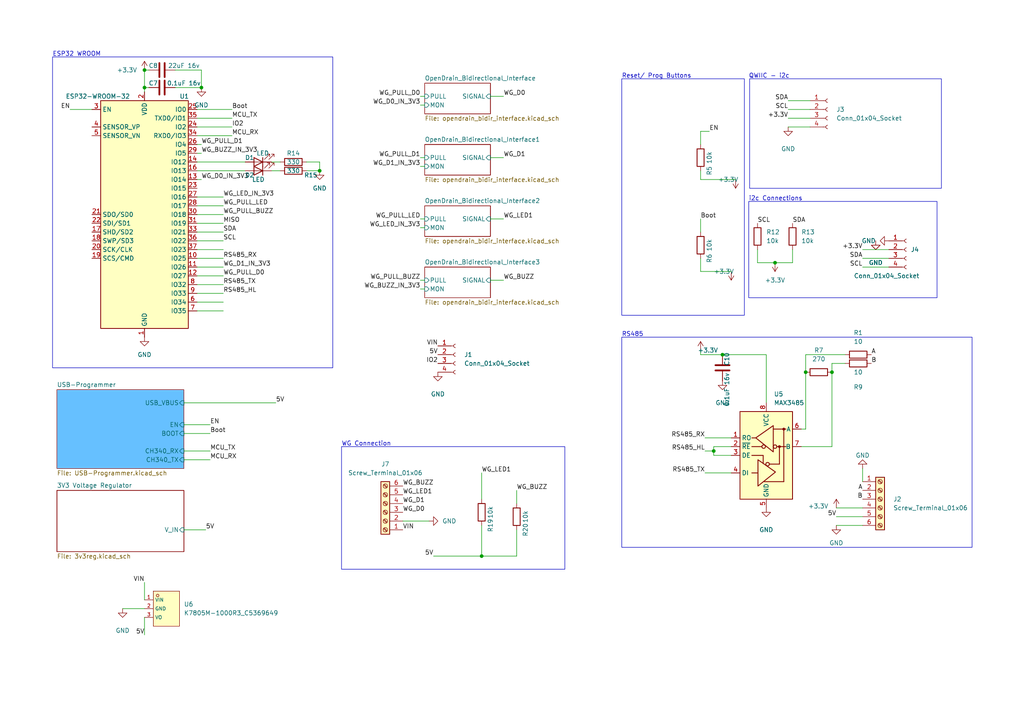
<source format=kicad_sch>
(kicad_sch (version 20231120) (generator "eeschema") (generator_version "8.0")
  (paper "A4")
  (lib_symbols
    (symbol "Connector:Conn_01x04_Socket" (pin_names (offset 1.016) hide)
      (property "Reference" "J" (at 0 5.08 0))
      (property "Value" "Conn_01x04_Socket" (at 0 -7.62 0))
      (symbol "Conn_01x04_Socket_1_1"
        (arc (start 0 -4.572) (mid -0.5058 -5.08) (end 0 -5.588) (stroke (width 0.1524)))
        (arc (start 0 -2.032) (mid -0.5058 -2.54) (end 0 -3.048) (stroke (width 0.1524)))
        (polyline (pts (xy -1.27 -5.08) (xy -0.508 -5.08)) (stroke (width 0.1524)))
        (polyline (pts (xy -1.27 -2.54) (xy -0.508 -2.54)) (stroke (width 0.1524)))
        (polyline (pts (xy -1.27 0) (xy -0.508 0)) (stroke (width 0.1524)))
        (polyline (pts (xy -1.27 2.54) (xy -0.508 2.54)) (stroke (width 0.1524)))
        (arc (start 0 0.508) (mid -0.5058 0) (end 0 -0.508) (stroke (width 0.1524)))
        (arc (start 0 3.048) (mid -0.5058 2.54) (end 0 2.032) (stroke (width 0.1524)))
        (pin passive line (at -5.08 2.54 0) (length 3.81) (name "Pin_1") (number "1"))
        (pin passive line (at -5.08 0 0) (length 3.81) (name "Pin_2") (number "2"))
        (pin passive line (at -5.08 -2.54 0) (length 3.81) (name "Pin_3") (number "3"))
        (pin passive line (at -5.08 -5.08 0) (length 3.81) (name "Pin_4") (number "4"))
      )
    )
    (symbol "Connector:Screw_Terminal_01x06" (pin_names (offset 1.016) hide)
      (property "Reference" "J" (at 0 7.62 0))
      (property "Value" "Screw_Terminal_01x06" (at 0 -10.16 0))
      (symbol "Screw_Terminal_01x06_1_1"
        (rectangle (start -1.27 6.35) (end 1.27 -8.89) (stroke (width 0.254)) (fill (type background)))
        (circle (center 0 -7.62) (radius 0.635) (stroke (width 0.1524)))
        (circle (center 0 -5.08) (radius 0.635) (stroke (width 0.1524)))
        (circle (center 0 -2.54) (radius 0.635) (stroke (width 0.1524)))
        (polyline (pts (xy -0.5334 -7.2898) (xy 0.3302 -8.128)) (stroke (width 0.1524)))
        (polyline (pts (xy -0.5334 -4.7498) (xy 0.3302 -5.588)) (stroke (width 0.1524)))
        (polyline (pts (xy -0.5334 -2.2098) (xy 0.3302 -3.048)) (stroke (width 0.1524)))
        (polyline (pts (xy -0.5334 0.3302) (xy 0.3302 -0.508)) (stroke (width 0.1524)))
        (polyline (pts (xy -0.5334 2.8702) (xy 0.3302 2.032)) (stroke (width 0.1524)))
        (polyline (pts (xy -0.5334 5.4102) (xy 0.3302 4.572)) (stroke (width 0.1524)))
        (polyline (pts (xy -0.3556 -7.112) (xy 0.508 -7.9502)) (stroke (width 0.1524)))
        (polyline (pts (xy -0.3556 -4.572) (xy 0.508 -5.4102)) (stroke (width 0.1524)))
        (polyline (pts (xy -0.3556 -2.032) (xy 0.508 -2.8702)) (stroke (width 0.1524)))
        (polyline (pts (xy -0.3556 0.508) (xy 0.508 -0.3302)) (stroke (width 0.1524)))
        (polyline (pts (xy -0.3556 3.048) (xy 0.508 2.2098)) (stroke (width 0.1524)))
        (polyline (pts (xy -0.3556 5.588) (xy 0.508 4.7498)) (stroke (width 0.1524)))
        (circle (center 0 0) (radius 0.635) (stroke (width 0.1524)))
        (circle (center 0 2.54) (radius 0.635) (stroke (width 0.1524)))
        (circle (center 0 5.08) (radius 0.635) (stroke (width 0.1524)))
        (pin passive line (at -5.08 5.08 0) (length 3.81) (name "Pin_1") (number "1"))
        (pin passive line (at -5.08 2.54 0) (length 3.81) (name "Pin_2") (number "2"))
        (pin passive line (at -5.08 0 0) (length 3.81) (name "Pin_3") (number "3"))
        (pin passive line (at -5.08 -2.54 0) (length 3.81) (name "Pin_4") (number "4"))
        (pin passive line (at -5.08 -5.08 0) (length 3.81) (name "Pin_5") (number "5"))
        (pin passive line (at -5.08 -7.62 0) (length 3.81) (name "Pin_6") (number "6"))
      )
    )
    (symbol "Device:C" (pin_numbers hide) (pin_names (offset 0.254))
      (property "Reference" "C" (at 0.635 2.54 0))
      (property "Value" "C" (at 0.635 -2.54 0))
      (symbol "C_0_1"
        (polyline (pts (xy -2.032 -0.762) (xy 2.032 -0.762)) (stroke (width 0.508)))
        (polyline (pts (xy -2.032 0.762) (xy 2.032 0.762)) (stroke (width 0.508)))
      )
      (symbol "C_1_1"
        (pin passive line (at 0 3.81 270) (length 2.794) (name "~") (number "1"))
        (pin passive line (at 0 -3.81 90) (length 2.794) (name "~") (number "2"))
      )
    )
    (symbol "Device:LED" (pin_numbers hide) (pin_names (offset 1.016) hide)
      (property "Reference" "D" (at 0 2.54 0))
      (property "Value" "LED" (at 0 -2.54 0))
      (symbol "LED_0_1"
        (polyline (pts (xy -1.27 -1.27) (xy -1.27 1.27)) (stroke (width 0.254)))
        (polyline (pts (xy -1.27 0) (xy 1.27 0)))
        (polyline (pts (xy 1.27 -1.27) (xy 1.27 1.27) (xy -1.27 0) (xy 1.27 -1.27)) (stroke (width 0.254)))
        (polyline (pts (xy -3.048 -0.762) (xy -4.572 -2.286) (xy -3.81 -2.286) (xy -4.572 -2.286) (xy -4.572 -1.524)))
        (polyline (pts (xy -1.778 -0.762) (xy -3.302 -2.286) (xy -2.54 -2.286) (xy -3.302 -2.286) (xy -3.302 -1.524)))
      )
      (symbol "LED_1_1"
        (pin passive line (at -3.81 0 0) (length 2.54) (name "K") (number "1"))
        (pin passive line (at 3.81 0 180) (length 2.54) (name "A") (number "2"))
      )
    )
    (symbol "Device:R" (pin_numbers hide) (pin_names (offset 0))
      (property "Reference" "R" (at 2.032 0 90))
      (property "Value" "R" (at 0 0 90))
      (symbol "R_0_1"
        (rectangle (start -1.016 -2.54) (end 1.016 2.54) (stroke (width 0.254)))
      )
      (symbol "R_1_1"
        (pin passive line (at 0 3.81 270) (length 1.27) (name "~") (number "1"))
        (pin passive line (at 0 -3.81 90) (length 1.27) (name "~") (number "2"))
      )
    )
    (symbol "GND_1" (power) (pin_names (offset 0))
      (property "Value" "GND_1" (at 0 -3.81 0))
      (symbol "GND_1_0_1"
        (polyline (pts (xy 0 0) (xy 0 -1.27) (xy 1.27 -1.27) (xy 0 -2.54) (xy -1.27 -1.27) (xy 0 -1.27)))
      )
      (symbol "GND_1_1_1"
        (pin power_in line (at 0 0 270) (length 0) hide (name "GND") (number "1"))
      )
    )
    (symbol "Interface_UART:MAX3485"
      (property "Reference" "U" (at -6.985 13.97 0))
      (property "Value" "MAX3485" (at 1.905 13.97 0))
      (symbol "MAX3485_0_1"
        (rectangle (start -7.62 12.7) (end 7.62 -12.7) (stroke (width 0.254)) (fill (type background)))
        (polyline (pts (xy -4.191 2.54) (xy -1.27 2.54)) (stroke (width 0.254)))
        (polyline (pts (xy -2.54 -5.08) (xy -4.191 -5.08)) (stroke (width 0.254)))
        (polyline (pts (xy -0.635 -7.62) (xy 5.08 -7.62)) (stroke (width 0.254)))
        (polyline (pts (xy 0.889 -2.54) (xy 3.81 -2.54)) (stroke (width 0.254)))
        (polyline (pts (xy 2.032 7.62) (xy 5.715 7.62)) (stroke (width 0.254)))
        (polyline (pts (xy 3.048 2.54) (xy 5.715 2.54)) (stroke (width 0.254)))
        (polyline (pts (xy 3.81 -2.54) (xy 3.81 2.54)) (stroke (width 0.254)))
        (polyline (pts (xy 5.08 -7.62) (xy 5.08 7.62)) (stroke (width 0.254)))
        (polyline (pts (xy -4.191 0) (xy -0.889 0) (xy -0.889 -2.286)) (stroke (width 0.254)))
        (polyline (pts (xy -3.175 5.08) (xy -4.191 5.08) (xy -4.064 5.08)) (stroke (width 0.254)))
        (polyline (pts (xy -2.413 -5.08) (xy -2.413 -1.27) (xy 2.667 -4.826) (xy -2.413 -8.89) (xy -2.413 -5.08)) (stroke (width 0.254)))
        (circle (center 0.381 -2.54) (radius 0.508) (stroke (width 0.254)))
        (circle (center 3.81 2.54) (radius 0.2794) (stroke (width 0.254)) (fill (type outline)))
      )
      (symbol "MAX3485_1_1"
        (circle (center -0.762 2.54) (radius 0.508) (stroke (width 0.254)))
        (polyline (pts (xy 2.032 4.826) (xy 2.032 8.636) (xy -3.048 5.08) (xy 2.032 1.016) (xy 2.032 4.826)) (stroke (width 0.254)))
        (circle (center 2.54 2.54) (radius 0.508) (stroke (width 0.254)))
        (circle (center 5.08 7.62) (radius 0.2794) (stroke (width 0.254)) (fill (type outline)))
        (pin output line (at -10.16 5.08 0) (length 2.54) (name "RO") (number "1"))
        (pin input line (at -10.16 2.54 0) (length 2.54) (name "~{RE}") (number "2"))
        (pin input line (at -10.16 0 0) (length 2.54) (name "DE") (number "3"))
        (pin input line (at -10.16 -5.08 0) (length 2.54) (name "DI") (number "4"))
        (pin power_in line (at 0 -15.24 90) (length 2.54) (name "GND") (number "5"))
        (pin bidirectional line (at 10.16 7.62 180) (length 2.54) (name "A") (number "6"))
        (pin bidirectional line (at 10.16 2.54 180) (length 2.54) (name "B") (number "7"))
        (pin power_in line (at 0 15.24 270) (length 2.54) (name "VCC") (number "8"))
      )
    )
    (symbol "K7805M-1000R3_C5369649:K7805M-1000R3_C5369649"
      (property "Reference" "U" (at 0 1.27 0))
      (property "Value" "K7805M-1000R3_C5369649" (at 0 -2.54 0))
      (symbol "K7805M-1000R3_C5369649_0_1"
        (rectangle (start -3.81 5.08) (end 3.81 -5.08) (fill (type background)))
        (circle (center -2.54 3.81) (radius 0.381) (fill (type background)))
        (pin unspecified line (at -6.35 2.54 0) (length 2.54) (name "VIN") (number "1"))
        (pin unspecified line (at -6.35 0 0) (length 2.54) (name "GND") (number "2"))
        (pin unspecified line (at -6.35 -2.54 0) (length 2.54) (name "VO") (number "3"))
      )
    )
    (symbol "RF_Module:ESP32-WROOM-32"
      (property "Reference" "U" (at -12.7 34.29 0))
      (property "Value" "ESP32-WROOM-32" (at 1.27 34.29 0))
      (symbol "ESP32-WROOM-32_0_1"
        (rectangle (start -12.7 33.02) (end 12.7 -33.02) (stroke (width 0.254)) (fill (type background)))
      )
      (symbol "ESP32-WROOM-32_1_1"
        (pin power_in line (at 0 -35.56 90) (length 2.54) (name "GND") (number "1"))
        (pin bidirectional line (at 15.24 -12.7 180) (length 2.54) (name "IO25") (number "10"))
        (pin bidirectional line (at 15.24 -15.24 180) (length 2.54) (name "IO26") (number "11"))
        (pin bidirectional line (at 15.24 -17.78 180) (length 2.54) (name "IO27") (number "12"))
        (pin bidirectional line (at 15.24 10.16 180) (length 2.54) (name "IO14") (number "13"))
        (pin bidirectional line (at 15.24 15.24 180) (length 2.54) (name "IO12") (number "14"))
        (pin passive line (at 0 -35.56 90) (length 2.54) hide (name "GND") (number "15"))
        (pin bidirectional line (at 15.24 12.7 180) (length 2.54) (name "IO13") (number "16"))
        (pin bidirectional line (at -15.24 -5.08 0) (length 2.54) (name "SHD/SD2") (number "17"))
        (pin bidirectional line (at -15.24 -7.62 0) (length 2.54) (name "SWP/SD3") (number "18"))
        (pin bidirectional line (at -15.24 -12.7 0) (length 2.54) (name "SCS/CMD") (number "19"))
        (pin power_in line (at 0 35.56 270) (length 2.54) (name "VDD") (number "2"))
        (pin bidirectional line (at -15.24 -10.16 0) (length 2.54) (name "SCK/CLK") (number "20"))
        (pin bidirectional line (at -15.24 0 0) (length 2.54) (name "SDO/SD0") (number "21"))
        (pin bidirectional line (at -15.24 -2.54 0) (length 2.54) (name "SDI/SD1") (number "22"))
        (pin bidirectional line (at 15.24 7.62 180) (length 2.54) (name "IO15") (number "23"))
        (pin bidirectional line (at 15.24 25.4 180) (length 2.54) (name "IO2") (number "24"))
        (pin bidirectional line (at 15.24 30.48 180) (length 2.54) (name "IO0") (number "25"))
        (pin bidirectional line (at 15.24 20.32 180) (length 2.54) (name "IO4") (number "26"))
        (pin bidirectional line (at 15.24 5.08 180) (length 2.54) (name "IO16") (number "27"))
        (pin bidirectional line (at 15.24 2.54 180) (length 2.54) (name "IO17") (number "28"))
        (pin bidirectional line (at 15.24 17.78 180) (length 2.54) (name "IO5") (number "29"))
        (pin input line (at -15.24 30.48 0) (length 2.54) (name "EN") (number "3"))
        (pin bidirectional line (at 15.24 0 180) (length 2.54) (name "IO18") (number "30"))
        (pin bidirectional line (at 15.24 -2.54 180) (length 2.54) (name "IO19") (number "31"))
        (pin no_connect line (at -12.7 -27.94 0) (length 2.54) hide (name "NC") (number "32"))
        (pin bidirectional line (at 15.24 -5.08 180) (length 2.54) (name "IO21") (number "33"))
        (pin bidirectional line (at 15.24 22.86 180) (length 2.54) (name "RXD0/IO3") (number "34"))
        (pin bidirectional line (at 15.24 27.94 180) (length 2.54) (name "TXD0/IO1") (number "35"))
        (pin bidirectional line (at 15.24 -7.62 180) (length 2.54) (name "IO22") (number "36"))
        (pin bidirectional line (at 15.24 -10.16 180) (length 2.54) (name "IO23") (number "37"))
        (pin passive line (at 0 -35.56 90) (length 2.54) hide (name "GND") (number "38"))
        (pin passive line (at 0 -35.56 90) (length 2.54) hide (name "GND") (number "39"))
        (pin input line (at -15.24 25.4 0) (length 2.54) (name "SENSOR_VP") (number "4"))
        (pin input line (at -15.24 22.86 0) (length 2.54) (name "SENSOR_VN") (number "5"))
        (pin input line (at 15.24 -25.4 180) (length 2.54) (name "IO34") (number "6"))
        (pin input line (at 15.24 -27.94 180) (length 2.54) (name "IO35") (number "7"))
        (pin bidirectional line (at 15.24 -20.32 180) (length 2.54) (name "IO32") (number "8"))
        (pin bidirectional line (at 15.24 -22.86 180) (length 2.54) (name "IO33") (number "9"))
      )
    )
    (symbol "power:+3.3V" (power) (pin_names (offset 0))
      (property "Value" "+3.3V" (at 0 3.556 0))
      (symbol "+3.3V_0_1"
        (polyline (pts (xy -0.762 1.27) (xy 0 2.54)))
        (polyline (pts (xy 0 0) (xy 0 2.54)))
        (polyline (pts (xy 0 2.54) (xy 0.762 1.27)))
      )
      (symbol "+3.3V_1_1"
        (pin power_in line (at 0 0 90) (length 0) hide (name "+3.3V") (number "1"))
      )
    )
    (symbol "power:GND" (power) (pin_names (offset 0))
      (property "Value" "GND" (at 0 -3.81 0))
      (symbol "GND_0_1"
        (polyline (pts (xy 0 0) (xy 0 -1.27) (xy 1.27 -1.27) (xy 0 -2.54) (xy -1.27 -1.27) (xy 0 -1.27)))
      )
      (symbol "GND_1_1"
        (pin power_in line (at 0 0 270) (length 0) hide (name "GND") (number "1"))
      )
    )
  )
  (junction (at 41.91 25.4))
  (junction (at 209.55 102.87))
  (junction (at 58.42 25.4))
  (junction (at 139.7 161.29))
  (junction (at 41.91 20.32))
  (junction (at 241.3 107.95))
  (junction (at 233.68 107.95))
  (junction (at 207.01 130.81))
  (junction (at 224.79 76.2))
  (junction (at 92.71 49.53))
  (wire (pts (xy 58.42 20.32) (xy 58.42 25.4)))
  (wire (pts (xy 121.92 81.28) (xy 123.19 81.28)))
  (wire (pts (xy 146.05 27.94) (xy 142.24 27.94)))
  (wire (pts (xy 207.01 132.08) (xy 212.09 132.08)))
  (wire (pts (xy 53.34 130.81) (xy 60.96 130.81)))
  (wire (pts (xy 88.9 46.99) (xy 92.71 46.99)))
  (wire (pts (xy 41.91 25.4) (xy 43.18 25.4)))
  (wire (pts (xy 57.15 87.63) (xy 64.77 87.63)))
  (wire (pts (xy 57.15 46.99) (xy 71.12 46.99)))
  (wire (pts (xy 121.92 30.48) (xy 123.19 30.48)))
  (wire (pts (xy 57.15 49.53) (xy 71.12 49.53)))
  (wire (pts (xy 207.01 129.54) (xy 207.01 130.81)))
  (wire (pts (xy 209.55 102.87) (xy 203.2 102.87)))
  (wire (pts (xy 139.7 161.29) (xy 125.73 161.29)))
  (wire (pts (xy 121.92 48.26) (xy 123.19 48.26)))
  (wire (pts (xy 57.15 34.29) (xy 67.31 34.29)))
  (wire (pts (xy 233.68 124.46) (xy 232.41 124.46)))
  (wire (pts (xy 124.46 151.13) (xy 116.84 151.13)))
  (wire (pts (xy 41.91 20.32) (xy 43.18 20.32)))
  (wire (pts (xy 53.34 116.84) (xy 80.01 116.84)))
  (wire (pts (xy 233.68 102.87) (xy 233.68 107.95)))
  (wire (pts (xy 203.2 63.5) (xy 203.2 67.31)))
  (wire (pts (xy 228.6 31.75) (xy 234.95 31.75)))
  (wire (pts (xy 212.09 129.54) (xy 207.01 129.54)))
  (wire (pts (xy 228.6 29.21) (xy 234.95 29.21)))
  (wire (pts (xy 203.2 38.1) (xy 203.2 41.91)))
  (wire (pts (xy 57.15 80.01) (xy 64.77 80.01)))
  (wire (pts (xy 57.15 31.75) (xy 67.31 31.75)))
  (wire (pts (xy 58.42 41.91) (xy 57.15 41.91)))
  (wire (pts (xy 20.32 31.75) (xy 26.67 31.75)))
  (wire (pts (xy 57.15 44.45) (xy 58.42 44.45)))
  (wire (pts (xy 228.6 34.29) (xy 234.95 34.29)))
  (wire (pts (xy 203.2 101.6) (xy 203.2 102.87)))
  (wire (pts (xy 242.57 149.86) (xy 250.19 149.86)))
  (wire (pts (xy 92.71 46.99) (xy 92.71 49.53)))
  (wire (pts (xy 219.71 76.2) (xy 224.79 76.2)))
  (wire (pts (xy 209.55 102.87) (xy 222.25 102.87)))
  (wire (pts (xy 233.68 107.95) (xy 233.68 124.46)))
  (wire (pts (xy 121.92 83.82) (xy 123.19 83.82)))
  (wire (pts (xy 121.92 27.94) (xy 123.19 27.94)))
  (wire (pts (xy 57.15 62.23) (xy 64.77 62.23)))
  (wire (pts (xy 50.8 20.32) (xy 58.42 20.32)))
  (wire (pts (xy 64.77 85.09) (xy 57.15 85.09)))
  (wire (pts (xy 224.79 76.2) (xy 229.87 76.2)))
  (wire (pts (xy 146.05 45.72) (xy 142.24 45.72)))
  (wire (pts (xy 35.56 176.53) (xy 41.91 176.53)))
  (wire (pts (xy 57.15 74.93) (xy 64.77 74.93)))
  (wire (pts (xy 57.15 90.17) (xy 64.77 90.17)))
  (wire (pts (xy 250.19 77.47) (xy 257.81 77.47)))
  (wire (pts (xy 88.9 49.53) (xy 92.71 49.53)))
  (wire (pts (xy 57.15 64.77) (xy 64.77 64.77)))
  (wire (pts (xy 41.91 20.32) (xy 41.91 25.4)))
  (wire (pts (xy 50.8 25.4) (xy 58.42 25.4)))
  (wire (pts (xy 219.71 72.39) (xy 219.71 76.2)))
  (wire (pts (xy 58.42 52.07) (xy 57.15 52.07)))
  (wire (pts (xy 203.2 49.53) (xy 203.2 52.07)))
  (wire (pts (xy 204.47 137.16) (xy 212.09 137.16)))
  (wire (pts (xy 233.68 102.87) (xy 245.11 102.87)))
  (wire (pts (xy 41.91 25.4) (xy 41.91 26.67)))
  (wire (pts (xy 207.01 130.81) (xy 207.01 132.08)))
  (wire (pts (xy 250.19 74.93) (xy 257.81 74.93)))
  (wire (pts (xy 149.86 161.29) (xy 139.7 161.29)))
  (wire (pts (xy 241.3 105.41) (xy 241.3 107.95)))
  (wire (pts (xy 139.7 137.16) (xy 139.7 144.78)))
  (wire (pts (xy 64.77 82.55) (xy 57.15 82.55)))
  (wire (pts (xy 250.19 72.39) (xy 257.81 72.39)))
  (wire (pts (xy 57.15 67.31) (xy 64.77 67.31)))
  (wire (pts (xy 41.91 184.15) (xy 41.91 179.07)))
  (wire (pts (xy 67.31 36.83) (xy 57.15 36.83)))
  (wire (pts (xy 57.15 57.15) (xy 64.77 57.15)))
  (wire (pts (xy 203.2 52.07) (xy 213.36 52.07)))
  (wire (pts (xy 57.15 72.39) (xy 64.77 72.39)))
  (wire (pts (xy 149.86 153.67) (xy 149.86 161.29)))
  (wire (pts (xy 241.3 107.95) (xy 241.3 129.54)))
  (wire (pts (xy 242.57 152.4) (xy 250.19 152.4)))
  (wire (pts (xy 203.2 78.74) (xy 212.09 78.74)))
  (wire (pts (xy 146.05 63.5) (xy 142.24 63.5)))
  (wire (pts (xy 229.87 76.2) (xy 229.87 72.39)))
  (wire (pts (xy 241.3 105.41) (xy 245.11 105.41)))
  (wire (pts (xy 204.47 127) (xy 212.09 127)))
  (wire (pts (xy 121.92 66.04) (xy 123.19 66.04)))
  (wire (pts (xy 41.91 168.91) (xy 41.91 173.99)))
  (wire (pts (xy 78.74 46.99) (xy 81.28 46.99)))
  (wire (pts (xy 203.2 74.93) (xy 203.2 78.74)))
  (wire (pts (xy 53.34 123.19) (xy 60.96 123.19)))
  (wire (pts (xy 250.19 135.89) (xy 250.19 139.7)))
  (wire (pts (xy 59.69 153.67) (xy 53.34 153.67)))
  (wire (pts (xy 222.25 116.84) (xy 222.25 102.87)))
  (wire (pts (xy 57.15 39.37) (xy 67.31 39.37)))
  (wire (pts (xy 228.6 36.83) (xy 234.95 36.83)))
  (wire (pts (xy 242.57 147.32) (xy 250.19 147.32)))
  (wire (pts (xy 53.34 125.73) (xy 60.96 125.73)))
  (wire (pts (xy 204.47 130.81) (xy 207.01 130.81)))
  (wire (pts (xy 78.74 49.53) (xy 81.28 49.53)))
  (wire (pts (xy 121.92 63.5) (xy 123.19 63.5)))
  (wire (pts (xy 53.34 133.35) (xy 60.96 133.35)))
  (wire (pts (xy 146.05 81.28) (xy 142.24 81.28)))
  (wire (pts (xy 57.15 69.85) (xy 64.77 69.85)))
  (wire (pts (xy 121.92 45.72) (xy 123.19 45.72)))
  (wire (pts (xy 149.86 142.24) (xy 149.86 146.05)))
  (wire (pts (xy 57.15 59.69) (xy 64.77 59.69)))
  (wire (pts (xy 57.15 77.47) (xy 64.77 77.47)))
  (wire (pts (xy 232.41 129.54) (xy 241.3 129.54)))
  (wire (pts (xy 139.7 152.4) (xy 139.7 161.29)))
  (wire (pts (xy 203.2 38.1) (xy 205.74 38.1)))
  (rectangle (start 217.17 58.42) (end 271.78 86.36))
  (rectangle (start 15.24 16.51) (end 96.52 106.68))
  (rectangle (start 217.424 22.86) (end 273.05 54.61))
  (rectangle (start 180.34 97.79) (end 281.94 158.75))
  (rectangle (start 180.34 22.86) (end 215.9 91.44))
  (rectangle (start 99.06 129.54) (end 163.83 165.1))
  (text "WG Connection" (at 99.06 129.54 0) (effects (font (size 1.27 1.27)) (justify left bottom)))
  (text "i2c Connections" (at 217.17 58.42 0) (effects (font (size 1.27 1.27)) (justify left bottom)))
  (text "RS485" (at 180.34 97.79 0) (effects (font (size 1.27 1.27)) (justify left bottom)))
  (text "Reset/ Prog Buttons" (at 180.34 22.86 0) (effects (font (size 1.27 1.27)) (justify left bottom)))
  (text "ESP32 WROOM" (at 15.24 16.51 0) (effects (font (size 1.27 1.27)) (justify left bottom)))
  (text "QWIIC - i2c" (at 217.17 22.86 0) (effects (font (size 1.27 1.27)) (justify left bottom)))
  (label "RS485_RX" (at 64.77 74.93 0))
  (label "SCL" (at 250.19 77.47 180))
  (label "VIN" (at 116.84 153.67 0))
  (label "WG_PULL_LED" (at 64.77 59.69 0))
  (label "WG_LED1" (at 139.7 137.16 0))
  (label "SDA" (at 250.19 74.93 180))
  (label "EN" (at 205.74 38.1 0))
  (label "MCU_RX" (at 67.31 39.37 0))
  (label "IO2" (at 67.31 36.83 0))
  (label "WG_D1_IN_3V3" (at 64.77 77.47 0))
  (label "SCL" (at 64.77 69.85 0))
  (label "WG_LED1" (at 116.84 143.51 0))
  (label "EN" (at 60.96 123.19 0))
  (label "RS485_HL" (at 64.77 85.09 0))
  (label "WG_PULL_D0" (at 64.77 80.01 0))
  (label "WG_D1" (at 146.05 45.72 0))
  (label "5V" (at 80.01 116.84 0))
  (label "WG_D1" (at 116.84 146.05 0))
  (label "5V" (at 41.91 184.15 180))
  (label "VIN" (at 41.91 168.91 180))
  (label "B" (at 252.73 105.41 0))
  (label "+3.3V" (at 250.19 72.39 180))
  (label "RS485_TX" (at 64.77 82.55 0))
  (label "WG_BUZZ" (at 146.05 81.28 0))
  (label "WG_LED1" (at 146.05 63.5 0))
  (label "MCU_TX" (at 60.96 130.81 0))
  (label "SDA" (at 64.77 67.31 0))
  (label "WG_BUZZ" (at 149.86 142.24 0))
  (label "WG_PULL_LED" (at 121.92 63.5 180))
  (label "WG_D0_IN_3V3" (at 58.42 52.07 0))
  (label "5V" (at 59.69 153.67 0))
  (label "EN" (at 20.32 31.75 180))
  (label "SCL" (at 219.71 64.77 0))
  (label "Boot" (at 67.31 31.75 0))
  (label "5V" (at 242.57 149.86 180))
  (label "WG_LED_IN_3V3" (at 64.77 57.15 0))
  (label "A" (at 250.19 142.24 180))
  (label "WG_BUZZ_IN_3V3" (at 121.92 83.82 180))
  (label "WG_D0_IN_3V3" (at 121.92 30.48 180))
  (label "WG_LED_IN_3V3" (at 121.92 66.04 180))
  (label "MISO" (at 64.77 64.77 0))
  (label "5V" (at 125.73 161.29 180))
  (label "WG_D1_IN_3V3" (at 121.92 48.26 180))
  (label "SCL" (at 228.6 31.75 180))
  (label "+3.3V" (at 228.6 34.29 180))
  (label "B" (at 250.19 144.78 180))
  (label "WG_PULL_D1" (at 121.92 45.72 180))
  (label "WG_BUZZ_IN_3V3" (at 58.42 44.45 0))
  (label "WG_D0" (at 146.05 27.94 0))
  (label "WG_BUZZ" (at 116.84 140.97 0))
  (label "MCU_RX" (at 60.96 133.35 0))
  (label "Boot" (at 203.2 63.5 0))
  (label "WG_D0" (at 116.84 148.59 0))
  (label "WG_PULL_BUZZ" (at 121.92 81.28 180))
  (label "VIN" (at 127 100.33 180))
  (label "RS485_HL" (at 204.47 130.81 180))
  (label "IO2" (at 127 105.41 180))
  (label "5V" (at 127 102.87 180))
  (label "MCU_TX" (at 67.31 34.29 0))
  (label "SDA" (at 229.87 64.77 0))
  (label "WG_PULL_BUZZ" (at 64.77 62.23 0))
  (label "WG_PULL_D1" (at 58.42 41.91 0))
  (label "A" (at 252.73 102.87 0))
  (label "WG_PULL_D0" (at 121.92 27.94 180))
  (label "RS485_RX" (at 204.47 127 180))
  (label "RS485_TX" (at 204.47 137.16 180))
  (label "Boot" (at 60.96 125.73 0))
  (label "SDA" (at 228.6 29.21 180))
  (symbol (lib_name "GND_1") (lib_id "power:GND") (at 222.25 147.32 0) (unit 1)
    (property "Reference" "#PWR012" (effects (hide yes)))
    (property "Value" "GND" (at 222.25 153.67 0))
  )
  (symbol (lib_id "K7805M-1000R3_C5369649:K7805M-1000R3_C5369649") (at 48.26 176.53 0) (unit 1)
    (property "Reference" "U6" (at 53.34 175.2599 0) (effects (justify left)))
    (property "Value" "K7805M-1000R3_C5369649" (at 53.34 177.7999 0) (effects (justify left)))
    (property "Footprint" "footprint:PWRM-TH_DEXU_K780XM-1000R3" (effects (hide yes)))
    (property "Datasheet" "https://atta.szlcsc.com/upload/public/pdf/source/20211224/5552EDF52C29F4415855578C67F93987.pdf" (effects (hide yes)))
    (property "LCSC" "C5369649" (effects (hide yes)))
  )
  (symbol (lib_id "Device:R") (at 203.2 71.12 0) (unit 1)
    (property "Reference" "R6" (at 205.74 74.93 90))
    (property "Value" "10k" (at 205.74 71.12 90))
    (property "Footprint" "Resistor_SMD:R_0603_1608Metric" (effects (hide yes)))
  )
  (symbol (lib_id "Connector:Screw_Terminal_01x06") (at 111.76 148.59 180) (unit 1)
    (property "Reference" "J7" (at 111.76 134.62 0))
    (property "Value" "Screw_Terminal_01x06" (at 111.76 137.16 0))
    (property "Footprint" "TerminalBlock_Phoenix:TerminalBlock_Phoenix_MKDS-1,5-6-5.08_1x06_P5.08mm_Horizontal" (effects (hide yes)))
    (property "MPN" "C474924" (effects (hide yes)))
  )
  (symbol (lib_id "Connector:Screw_Terminal_01x06") (at 255.27 144.78 0) (unit 1)
    (property "Reference" "J2" (at 259.08 144.7799 0) (effects (justify left)))
    (property "Value" "Screw_Terminal_01x06" (at 259.08 147.3199 0) (effects (justify left)))
    (property "Footprint" "TerminalBlock_Phoenix:TerminalBlock_Phoenix_MKDS-1,5-6-5.08_1x06_P5.08mm_Horizontal" (effects (hide yes)))
    (property "MPN" "C474924" (effects (hide yes)))
  )
  (symbol (lib_name "GND_1") (lib_id "power:GND") (at 250.19 135.89 180) (unit 1)
    (property "Reference" "#PWR019" (effects (hide yes)))
    (property "Value" "GND" (at 250.19 132.08 0))
  )
  (symbol (lib_id "power:+3.3V") (at 41.91 20.32 0) (unit 1)
    (property "Reference" "#PWR0105" (effects (hide yes)))
    (property "Value" "+3.3V" (at 36.83 20.32 0))
  )
  (symbol (lib_id "Device:R") (at 149.86 149.86 0) (unit 1)
    (property "Reference" "R20" (at 152.4 153.67 90))
    (property "Value" "10k" (at 152.4 149.86 90))
    (property "Footprint" "Resistor_SMD:R_0603_1608Metric" (effects (hide yes)))
  )
  (symbol (lib_id "Connector:Conn_01x04_Socket") (at 240.03 31.75 0) (unit 1)
    (property "Reference" "J3" (at 242.57 31.7499 0) (effects (justify left)))
    (property "Value" "Conn_01x04_Socket" (at 242.57 34.2899 0) (effects (justify left)))
    (property "Footprint" "Connector_PinHeader_2.54mm:PinHeader_1x04_P2.54mm_Vertical" (effects (hide yes)))
    (property "Description" "Generic connector, single row, 01x04, script generated" (effects (hide yes)))
  )
  (symbol (lib_id "Device:R") (at 85.09 46.99 90) (unit 1)
    (property "Reference" "R14" (at 85.09 44.45 90))
    (property "Value" "330" (at 85.09 46.99 90))
    (property "Footprint" "Resistor_SMD:R_0603_1608Metric" (effects (hide yes)))
  )
  (symbol (lib_name "GND_1") (lib_id "power:GND") (at 242.57 152.4 0) (unit 1)
    (property "Reference" "#PWR011" (effects (hide yes)))
    (property "Value" "GND" (at 242.57 157.48 0))
  )
  (symbol (lib_name "GND_1") (lib_id "power:GND") (at 127 107.95 0) (unit 1)
    (property "Reference" "#PWR044" (effects (hide yes)))
    (property "Value" "GND" (at 127 114.3 0))
  )
  (symbol (lib_id "power:GND") (at 124.46 151.13 90) (unit 1)
    (property "Reference" "#PWR039" (effects (hide yes)))
    (property "Value" "GND" (at 128.27 151.13 90) (effects (justify right)))
  )
  (symbol (lib_id "Device:R") (at 248.92 102.87 90) (unit 1)
    (property "Reference" "R1" (at 248.92 96.52 90))
    (property "Value" "10" (at 248.92 99.06 90))
    (property "Footprint" "Resistor_SMD:R_0805_2012Metric_Pad1.20x1.40mm_HandSolder" (effects (hide yes)))
  )
  (symbol (lib_id "Device:R") (at 237.49 107.95 90) (unit 1)
    (property "Reference" "R7" (at 237.49 101.6 90))
    (property "Value" "270" (at 237.49 104.14 90))
    (property "Footprint" "Resistor_SMD:R_0805_2012Metric_Pad1.20x1.40mm_HandSolder" (effects (hide yes)))
  )
  (symbol (lib_id "power:GND") (at 58.42 25.4 0) (unit 1)
    (property "Reference" "#PWR010" (effects (hide yes)))
    (property "Value" "GND" (at 58.42 30.48 0))
  )
  (symbol (lib_id "power:+3.3V") (at 212.09 78.74 180) (unit 1)
    (property "Reference" "#PWR0114" (effects (hide yes)))
    (property "Value" "+3.3V" (at 207.01 78.74 0) (effects (justify right)))
  )
  (symbol (lib_id "power:GND") (at 41.91 97.79 0) (unit 1)
    (property "Reference" "#PWR0106" (effects (hide yes)))
    (property "Value" "GND" (at 41.91 102.87 0))
  )
  (symbol (lib_name "GND_1") (lib_id "power:GND") (at 257.81 69.85 270) (unit 1)
    (property "Reference" "#PWR018" (effects (hide yes)))
    (property "Value" "GND" (at 254 69.85 90) (effects (justify right)))
  )
  (symbol (lib_id "Interface_UART:MAX3485") (at 222.25 132.08 0) (unit 1)
    (property "Reference" "U5" (at 224.4441 114.3 0) (effects (justify left)))
    (property "Value" "MAX3485" (at 224.4441 116.84 0) (effects (justify left)))
    (property "Footprint" "Package_SO:SOIC-8_3.9x4.9mm_P1.27mm" (effects (hide yes)))
    (property "Datasheet" "https://datasheets.maximintegrated.com/en/ds/MAX3483-MAX3491.pdf" (effects (hide yes)))
    (property "Description" "True RS-485/RS-422, 10Mbps, Slew-Rate Limited, with low-power shutdown, with receiver/driver enable, 32 receiver drive capacitity, DIP-8 and SOIC-8" (effects (hide yes)))
    (property "MPN" "C9943" (effects (hide yes)))
  )
  (symbol (lib_id "Device:R") (at 139.7 148.59 0) (unit 1)
    (property "Reference" "R19" (at 142.24 152.4 90))
    (property "Value" "10k" (at 142.24 148.59 90))
    (property "Footprint" "Resistor_SMD:R_0603_1608Metric" (effects (hide yes)))
  )
  (symbol (lib_name "GND_1") (lib_id "power:GND") (at 228.6 36.83 0) (unit 1)
    (property "Reference" "#PWR043" (effects (hide yes)))
    (property "Value" "GND" (at 228.6 43.18 0))
  )
  (symbol (lib_id "power:+3.3V") (at 242.57 147.32 0) (unit 1)
    (property "Reference" "#PWR027" (effects (hide yes)))
    (property "Value" "+3.3V" (at 240.284 146.812 0) (effects (justify right)))
  )
  (symbol (lib_id "Device:R") (at 219.71 68.58 0) (unit 1)
    (property "Reference" "R12" (at 222.25 67.31 0) (effects (justify left)))
    (property "Value" "10k" (at 222.25 69.85 0) (effects (justify left)))
    (property "Footprint" "Resistor_SMD:R_0603_1608Metric_Pad0.98x0.95mm_HandSolder" (effects (hide yes)))
  )
  (symbol (lib_id "Connector:Conn_01x04_Socket") (at 132.08 102.87 0) (unit 1)
    (property "Reference" "J1" (at 134.62 102.8699 0) (effects (justify left)))
    (property "Value" "Conn_01x04_Socket" (at 134.62 105.4099 0) (effects (justify left)))
    (property "Footprint" "Connector_PinHeader_2.54mm:PinHeader_1x04_P2.54mm_Vertical" (effects (hide yes)))
    (property "Description" "Generic connector, single row, 01x04, script generated" (effects (hide yes)))
  )
  (symbol (lib_id "Device:LED") (at 74.93 46.99 180) (unit 1)
    (property "Reference" "D1" (at 72.39 45.72 0))
    (property "Value" "LED" (at 76.2 44.45 0))
    (property "Footprint" "LED_SMD:LED_0603_1608Metric" (effects (hide yes)))
  )
  (symbol (lib_id "power:+3.3V") (at 224.79 76.2 180) (unit 1)
    (property "Reference" "#PWR016" (effects (hide yes)))
    (property "Value" "+3.3V" (at 224.79 81.28 0))
  )
  (symbol (lib_name "GND_1") (lib_id "power:GND") (at 209.55 110.49 0) (unit 1)
    (property "Reference" "#PWR013" (effects (hide yes)))
    (property "Value" "GND" (at 209.55 116.84 0))
  )
  (symbol (lib_id "Device:C") (at 46.99 20.32 270) (unit 1)
    (property "Reference" "C8" (at 44.45 19.05 90))
    (property "Value" "22uF 16v" (at 53.34 19.05 90))
    (property "Footprint" "Capacitor_SMD:C_0603_1608Metric" (effects (hide yes)))
    (property "mpn" "CC0603KRX7R7BB104" (effects (hide yes)))
  )
  (symbol (lib_id "Connector:Conn_01x04_Socket") (at 262.89 72.39 0) (unit 1)
    (property "Reference" "J4" (at 264.16 72.39 0) (effects (justify left)))
    (property "Value" "Conn_01x04_Socket" (at 247.65 80.01 0) (effects (justify left)))
    (property "Footprint" "Connector_JST:JST_SH_BM04B-SRSS-TB_1x04-1MP_P1.00mm_Vertical" (effects (hide yes)))
  )
  (symbol (lib_id "power:GND") (at 92.71 49.53 0) (unit 1)
    (property "Reference" "#PWR09" (effects (hide yes)))
    (property "Value" "GND" (at 92.71 54.61 0))
  )
  (symbol (lib_id "Device:LED") (at 74.93 49.53 180) (unit 1)
    (property "Reference" "D2" (at 72.39 50.8 0))
    (property "Value" "LED" (at 74.93 52.07 0))
    (property "Footprint" "LED_SMD:LED_0603_1608Metric" (effects (hide yes)))
  )
  (symbol (lib_id "Device:R") (at 229.87 68.58 0) (unit 1)
    (property "Reference" "R13" (at 232.41 67.31 0) (effects (justify left)))
    (property "Value" "10k" (at 232.41 69.85 0) (effects (justify left)))
    (property "Footprint" "Resistor_SMD:R_0603_1608Metric_Pad0.98x0.95mm_HandSolder" (effects (hide yes)))
  )
  (symbol (lib_name "GND_1") (lib_id "power:GND") (at 254 69.85 0) (unit 1)
    (property "Reference" "#PWR01" (effects (hide yes)))
    (property "Value" "GND" (at 254 76.2 0))
  )
  (symbol (lib_id "RF_Module:ESP32-WROOM-32") (at 41.91 62.23 0) (unit 1)
    (property "Reference" "U1" (at 52.07 27.94 0) (effects (justify left)))
    (property "Value" "ESP32-WROOM-32" (at 19.05 27.94 0) (effects (justify left)))
    (property "Footprint" "RF_Module:ESP32-WROOM-32" (effects (hide yes)))
    (property "Datasheet" "https://www.espressif.com/sites/default/files/documentation/esp32-wroom-32_datasheet_en.pdf" (effects (hide yes)))
  )
  (symbol (lib_name "GND_1") (lib_id "power:GND") (at 254 69.85 0) (unit 1)
    (property "Reference" "#PWR05" (effects (hide yes)))
    (property "Value" "GND" (at 254 76.2 0))
  )
  (symbol (lib_id "power:+3.3V") (at 203.2 101.6 0) (unit 1)
    (property "Reference" "#PWR020" (effects (hide yes)))
    (property "Value" "+3.3V" (at 208.28 101.6 0) (effects (justify right)))
  )
  (symbol (lib_name "GND_1") (lib_id "power:GND") (at 35.56 176.53 0) (unit 1)
    (property "Reference" "#PWR02" (effects (hide yes)))
    (property "Value" "GND" (at 35.56 182.88 0))
  )
  (symbol (lib_id "Device:R") (at 85.09 49.53 90) (unit 1)
    (property "Reference" "R15" (at 90.17 50.8 90))
    (property "Value" "330" (at 85.09 49.53 90))
    (property "Footprint" "Resistor_SMD:R_0603_1608Metric" (effects (hide yes)))
  )
  (symbol (lib_id "Device:C") (at 209.55 106.68 180) (unit 1)
    (property "Reference" "C10" (at 210.82 104.14 90))
    (property "Value" "0.1uF 16v" (at 210.82 113.03 90))
    (property "Footprint" "Capacitor_SMD:C_0603_1608Metric" (effects (hide yes)))
    (property "mpn" "CC0603KRX7R7BB104" (effects (hide yes)))
  )
  (symbol (lib_id "Device:R") (at 203.2 45.72 0) (unit 1)
    (property "Reference" "R5" (at 205.74 49.53 90))
    (property "Value" "10k" (at 205.74 45.72 90))
    (property "Footprint" "Resistor_SMD:R_0603_1608Metric" (effects (hide yes)))
  )
  (symbol (lib_id "Device:R") (at 248.92 105.41 90) (unit 1)
    (property "Reference" "R9" (at 248.92 112.268 90))
    (property "Value" "10" (at 248.92 107.95 90))
    (property "Footprint" "Resistor_SMD:R_0805_2012Metric_Pad1.20x1.40mm_HandSolder" (effects (hide yes)))
  )
  (symbol (lib_id "power:+3.3V") (at 213.36 52.07 180) (unit 1)
    (property "Reference" "#PWR0113" (effects (hide yes)))
    (property "Value" "+3.3V" (at 208.28 52.07 0) (effects (justify right)))
  )
  (symbol (lib_id "Device:C") (at 46.99 25.4 270) (unit 1)
    (property "Reference" "C7" (at 44.45 24.13 90))
    (property "Value" "0.1uF 16v" (at 53.34 24.13 90))
    (property "Footprint" "Capacitor_SMD:C_0603_1608Metric" (effects (hide yes)))
    (property "mpn" "CC0603KRX7R7BB104" (effects (hide yes)))
  )
  (sheet (at 123.19 41.91) (size 19.05 8.89) (stroke (width 0.1524))
    (property "Sheetname" "OpenDrain_Bidirectional_Interface1" (at 123.19 41.1984 0) (effects (justify left bottom)))
    (property "Sheetfile" "opendrain_bidir_interface.kicad_sch" (at 123.19 51.3846 0) (effects (justify left top)))
    (pin "PULL" input (at 123.19 45.72 180))
    (pin "SIGNAL" input (at 142.24 45.72 0))
    (pin "MON" input (at 123.19 48.26 180))
  )
  (sheet (at 16.51 113.03) (size 36.83 22.86) (stroke (width 0.1524)) (fill (color 102 192 255 1.0000))
    (property "Sheetname" "USB-Programmer" (at 16.51 112.3184 0) (effects (justify left bottom)))
    (property "Sheetfile" "USB-Programmer.kicad_sch" (at 16.51 136.4746 0) (effects (justify left top)))
    (pin "BOOT" input (at 53.34 125.73 0))
    (pin "CH340_TX" input (at 53.34 133.35 0))
    (pin "EN" input (at 53.34 123.19 0))
    (pin "USB_VBUS" input (at 53.34 116.84 0))
    (pin "CH340_RX" input (at 53.34 130.81 0))
  )
  (sheet (at 16.51 142.24) (size 36.83 17.78) (stroke (width 0.1524))
    (property "Sheetname" "3V3 Voltage Regulator" (at 16.51 141.5284 0) (effects (justify left bottom)))
    (property "Sheetfile" "3v3reg.kicad_sch" (at 16.51 160.6046 0) (effects (justify left top)))
    (pin "V_IN" input (at 53.34 153.67 0))
  )
  (sheet (at 123.19 24.13) (size 19.05 8.89) (stroke (width 0.1524))
    (property "Sheetname" "OpenDrain_Bidirectional_Interface" (at 123.19 23.4184 0) (effects (justify left bottom)))
    (property "Sheetfile" "opendrain_bidir_interface.kicad_sch" (at 123.19 33.6046 0) (effects (justify left top)))
    (pin "PULL" input (at 123.19 27.94 180))
    (pin "SIGNAL" input (at 142.24 27.94 0))
    (pin "MON" input (at 123.19 30.48 180))
  )
  (sheet (at 123.19 59.69) (size 19.05 8.89) (stroke (width 0.1524))
    (property "Sheetname" "OpenDrain_Bidirectional_Interface2" (at 123.19 58.9784 0) (effects (justify left bottom)))
    (property "Sheetfile" "opendrain_bidir_interface.kicad_sch" (at 123.19 69.1646 0) (effects (justify left top)))
    (pin "PULL" input (at 123.19 63.5 180))
    (pin "SIGNAL" input (at 142.24 63.5 0))
    (pin "MON" input (at 123.19 66.04 180))
  )
  (sheet (at 123.19 77.47) (size 19.05 8.89) (stroke (width 0.1524))
    (property "Sheetname" "OpenDrain_Bidirectional_Interface3" (at 123.19 76.7584 0) (effects (justify left bottom)))
    (property "Sheetfile" "opendrain_bidir_interface.kicad_sch" (at 123.19 86.9446 0) (effects (justify left top)))
    (pin "PULL" input (at 123.19 81.28 180))
    (pin "SIGNAL" input (at 142.24 81.28 0))
    (pin "MON" input (at 123.19 83.82 180))
  )
)
</source>
